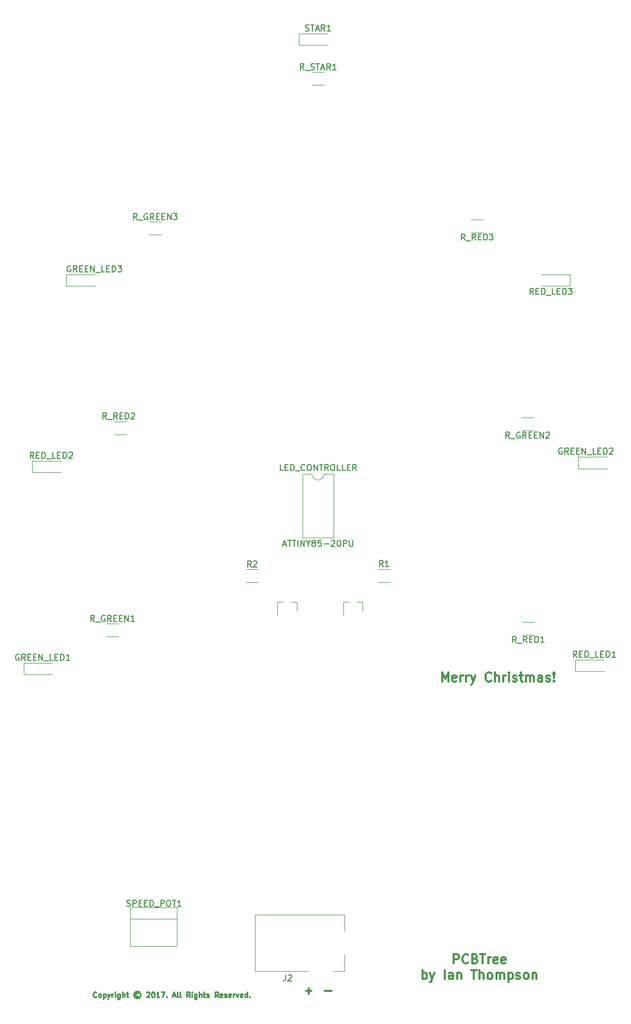
<source format=gbr>
G04 #@! TF.FileFunction,Legend,Top*
%FSLAX46Y46*%
G04 Gerber Fmt 4.6, Leading zero omitted, Abs format (unit mm)*
G04 Created by KiCad (PCBNEW 4.0.6) date Saturday, November 11, 2017 'PMt' 03:03:55 PM*
%MOMM*%
%LPD*%
G01*
G04 APERTURE LIST*
%ADD10C,0.100000*%
%ADD11C,0.212500*%
%ADD12C,0.300000*%
%ADD13C,0.120000*%
%ADD14C,0.150000*%
G04 APERTURE END LIST*
D10*
D11*
X58956238Y-181876571D02*
X58915762Y-181917048D01*
X58794333Y-181957524D01*
X58713381Y-181957524D01*
X58591953Y-181917048D01*
X58511000Y-181836095D01*
X58470524Y-181755143D01*
X58430048Y-181593238D01*
X58430048Y-181471810D01*
X58470524Y-181309905D01*
X58511000Y-181228952D01*
X58591953Y-181148000D01*
X58713381Y-181107524D01*
X58794333Y-181107524D01*
X58915762Y-181148000D01*
X58956238Y-181188476D01*
X59441953Y-181957524D02*
X59361000Y-181917048D01*
X59320524Y-181876571D01*
X59280048Y-181795619D01*
X59280048Y-181552762D01*
X59320524Y-181471810D01*
X59361000Y-181431333D01*
X59441953Y-181390857D01*
X59563381Y-181390857D01*
X59644333Y-181431333D01*
X59684810Y-181471810D01*
X59725286Y-181552762D01*
X59725286Y-181795619D01*
X59684810Y-181876571D01*
X59644333Y-181917048D01*
X59563381Y-181957524D01*
X59441953Y-181957524D01*
X60089572Y-181390857D02*
X60089572Y-182240857D01*
X60089572Y-181431333D02*
X60170524Y-181390857D01*
X60332429Y-181390857D01*
X60413381Y-181431333D01*
X60453858Y-181471810D01*
X60494334Y-181552762D01*
X60494334Y-181795619D01*
X60453858Y-181876571D01*
X60413381Y-181917048D01*
X60332429Y-181957524D01*
X60170524Y-181957524D01*
X60089572Y-181917048D01*
X60777668Y-181390857D02*
X60980049Y-181957524D01*
X61182429Y-181390857D02*
X60980049Y-181957524D01*
X60899096Y-182159905D01*
X60858620Y-182200381D01*
X60777668Y-182240857D01*
X61506239Y-181957524D02*
X61506239Y-181390857D01*
X61506239Y-181552762D02*
X61546715Y-181471810D01*
X61587191Y-181431333D01*
X61668144Y-181390857D01*
X61749096Y-181390857D01*
X62032429Y-181957524D02*
X62032429Y-181390857D01*
X62032429Y-181107524D02*
X61991953Y-181148000D01*
X62032429Y-181188476D01*
X62072905Y-181148000D01*
X62032429Y-181107524D01*
X62032429Y-181188476D01*
X62801477Y-181390857D02*
X62801477Y-182078952D01*
X62761000Y-182159905D01*
X62720524Y-182200381D01*
X62639572Y-182240857D01*
X62518143Y-182240857D01*
X62437191Y-182200381D01*
X62801477Y-181917048D02*
X62720524Y-181957524D01*
X62558620Y-181957524D01*
X62477667Y-181917048D01*
X62437191Y-181876571D01*
X62396715Y-181795619D01*
X62396715Y-181552762D01*
X62437191Y-181471810D01*
X62477667Y-181431333D01*
X62558620Y-181390857D01*
X62720524Y-181390857D01*
X62801477Y-181431333D01*
X63206239Y-181957524D02*
X63206239Y-181107524D01*
X63570525Y-181957524D02*
X63570525Y-181512286D01*
X63530048Y-181431333D01*
X63449096Y-181390857D01*
X63327668Y-181390857D01*
X63246715Y-181431333D01*
X63206239Y-181471810D01*
X63853858Y-181390857D02*
X64177668Y-181390857D01*
X63975287Y-181107524D02*
X63975287Y-181836095D01*
X64015763Y-181917048D01*
X64096716Y-181957524D01*
X64177668Y-181957524D01*
X65796715Y-181309905D02*
X65715763Y-181269429D01*
X65553858Y-181269429D01*
X65472906Y-181309905D01*
X65391953Y-181390857D01*
X65351477Y-181471810D01*
X65351477Y-181633714D01*
X65391953Y-181714667D01*
X65472906Y-181795619D01*
X65553858Y-181836095D01*
X65715763Y-181836095D01*
X65796715Y-181795619D01*
X65634810Y-180986095D02*
X65432429Y-181026571D01*
X65230049Y-181148000D01*
X65108620Y-181350381D01*
X65068144Y-181552762D01*
X65108620Y-181755143D01*
X65230049Y-181957524D01*
X65432429Y-182078952D01*
X65634810Y-182119429D01*
X65837191Y-182078952D01*
X66039572Y-181957524D01*
X66161001Y-181755143D01*
X66201477Y-181552762D01*
X66161001Y-181350381D01*
X66039572Y-181148000D01*
X65837191Y-181026571D01*
X65634810Y-180986095D01*
X67172906Y-181188476D02*
X67213382Y-181148000D01*
X67294334Y-181107524D01*
X67496715Y-181107524D01*
X67577668Y-181148000D01*
X67618144Y-181188476D01*
X67658620Y-181269429D01*
X67658620Y-181350381D01*
X67618144Y-181471810D01*
X67132430Y-181957524D01*
X67658620Y-181957524D01*
X68184811Y-181107524D02*
X68265763Y-181107524D01*
X68346715Y-181148000D01*
X68387192Y-181188476D01*
X68427668Y-181269429D01*
X68468144Y-181431333D01*
X68468144Y-181633714D01*
X68427668Y-181795619D01*
X68387192Y-181876571D01*
X68346715Y-181917048D01*
X68265763Y-181957524D01*
X68184811Y-181957524D01*
X68103858Y-181917048D01*
X68063382Y-181876571D01*
X68022906Y-181795619D01*
X67982430Y-181633714D01*
X67982430Y-181431333D01*
X68022906Y-181269429D01*
X68063382Y-181188476D01*
X68103858Y-181148000D01*
X68184811Y-181107524D01*
X69277668Y-181957524D02*
X68791954Y-181957524D01*
X69034811Y-181957524D02*
X69034811Y-181107524D01*
X68953859Y-181228952D01*
X68872906Y-181309905D01*
X68791954Y-181350381D01*
X69561002Y-181107524D02*
X70127668Y-181107524D01*
X69763383Y-181957524D01*
X70451478Y-181876571D02*
X70491954Y-181917048D01*
X70451478Y-181957524D01*
X70411002Y-181917048D01*
X70451478Y-181876571D01*
X70451478Y-181957524D01*
X71463383Y-181714667D02*
X71868145Y-181714667D01*
X71382430Y-181957524D02*
X71665764Y-181107524D01*
X71949097Y-181957524D01*
X72353859Y-181957524D02*
X72272906Y-181917048D01*
X72232430Y-181836095D01*
X72232430Y-181107524D01*
X72799097Y-181957524D02*
X72718144Y-181917048D01*
X72677668Y-181836095D01*
X72677668Y-181107524D01*
X74256239Y-181957524D02*
X73972906Y-181552762D01*
X73770525Y-181957524D02*
X73770525Y-181107524D01*
X74094334Y-181107524D01*
X74175287Y-181148000D01*
X74215763Y-181188476D01*
X74256239Y-181269429D01*
X74256239Y-181390857D01*
X74215763Y-181471810D01*
X74175287Y-181512286D01*
X74094334Y-181552762D01*
X73770525Y-181552762D01*
X74620525Y-181957524D02*
X74620525Y-181390857D01*
X74620525Y-181107524D02*
X74580049Y-181148000D01*
X74620525Y-181188476D01*
X74661001Y-181148000D01*
X74620525Y-181107524D01*
X74620525Y-181188476D01*
X75389573Y-181390857D02*
X75389573Y-182078952D01*
X75349096Y-182159905D01*
X75308620Y-182200381D01*
X75227668Y-182240857D01*
X75106239Y-182240857D01*
X75025287Y-182200381D01*
X75389573Y-181917048D02*
X75308620Y-181957524D01*
X75146716Y-181957524D01*
X75065763Y-181917048D01*
X75025287Y-181876571D01*
X74984811Y-181795619D01*
X74984811Y-181552762D01*
X75025287Y-181471810D01*
X75065763Y-181431333D01*
X75146716Y-181390857D01*
X75308620Y-181390857D01*
X75389573Y-181431333D01*
X75794335Y-181957524D02*
X75794335Y-181107524D01*
X76158621Y-181957524D02*
X76158621Y-181512286D01*
X76118144Y-181431333D01*
X76037192Y-181390857D01*
X75915764Y-181390857D01*
X75834811Y-181431333D01*
X75794335Y-181471810D01*
X76441954Y-181390857D02*
X76765764Y-181390857D01*
X76563383Y-181107524D02*
X76563383Y-181836095D01*
X76603859Y-181917048D01*
X76684812Y-181957524D01*
X76765764Y-181957524D01*
X77008621Y-181917048D02*
X77089573Y-181957524D01*
X77251478Y-181957524D01*
X77332430Y-181917048D01*
X77372906Y-181836095D01*
X77372906Y-181795619D01*
X77332430Y-181714667D01*
X77251478Y-181674190D01*
X77130049Y-181674190D01*
X77049097Y-181633714D01*
X77008621Y-181552762D01*
X77008621Y-181512286D01*
X77049097Y-181431333D01*
X77130049Y-181390857D01*
X77251478Y-181390857D01*
X77332430Y-181431333D01*
X78870525Y-181957524D02*
X78587192Y-181552762D01*
X78384811Y-181957524D02*
X78384811Y-181107524D01*
X78708620Y-181107524D01*
X78789573Y-181148000D01*
X78830049Y-181188476D01*
X78870525Y-181269429D01*
X78870525Y-181390857D01*
X78830049Y-181471810D01*
X78789573Y-181512286D01*
X78708620Y-181552762D01*
X78384811Y-181552762D01*
X79558620Y-181917048D02*
X79477668Y-181957524D01*
X79315763Y-181957524D01*
X79234811Y-181917048D01*
X79194335Y-181836095D01*
X79194335Y-181512286D01*
X79234811Y-181431333D01*
X79315763Y-181390857D01*
X79477668Y-181390857D01*
X79558620Y-181431333D01*
X79599097Y-181512286D01*
X79599097Y-181593238D01*
X79194335Y-181674190D01*
X79922906Y-181917048D02*
X80003858Y-181957524D01*
X80165763Y-181957524D01*
X80246715Y-181917048D01*
X80287191Y-181836095D01*
X80287191Y-181795619D01*
X80246715Y-181714667D01*
X80165763Y-181674190D01*
X80044334Y-181674190D01*
X79963382Y-181633714D01*
X79922906Y-181552762D01*
X79922906Y-181512286D01*
X79963382Y-181431333D01*
X80044334Y-181390857D01*
X80165763Y-181390857D01*
X80246715Y-181431333D01*
X80975286Y-181917048D02*
X80894334Y-181957524D01*
X80732429Y-181957524D01*
X80651477Y-181917048D01*
X80611001Y-181836095D01*
X80611001Y-181512286D01*
X80651477Y-181431333D01*
X80732429Y-181390857D01*
X80894334Y-181390857D01*
X80975286Y-181431333D01*
X81015763Y-181512286D01*
X81015763Y-181593238D01*
X80611001Y-181674190D01*
X81380048Y-181957524D02*
X81380048Y-181390857D01*
X81380048Y-181552762D02*
X81420524Y-181471810D01*
X81461000Y-181431333D01*
X81541953Y-181390857D01*
X81622905Y-181390857D01*
X81825286Y-181390857D02*
X82027667Y-181957524D01*
X82230047Y-181390857D01*
X82877666Y-181917048D02*
X82796714Y-181957524D01*
X82634809Y-181957524D01*
X82553857Y-181917048D01*
X82513381Y-181836095D01*
X82513381Y-181512286D01*
X82553857Y-181431333D01*
X82634809Y-181390857D01*
X82796714Y-181390857D01*
X82877666Y-181431333D01*
X82918143Y-181512286D01*
X82918143Y-181593238D01*
X82513381Y-181674190D01*
X83646714Y-181957524D02*
X83646714Y-181107524D01*
X83646714Y-181917048D02*
X83565761Y-181957524D01*
X83403857Y-181957524D01*
X83322904Y-181917048D01*
X83282428Y-181876571D01*
X83241952Y-181795619D01*
X83241952Y-181552762D01*
X83282428Y-181471810D01*
X83322904Y-181431333D01*
X83403857Y-181390857D01*
X83565761Y-181390857D01*
X83646714Y-181431333D01*
X84051476Y-181876571D02*
X84091952Y-181917048D01*
X84051476Y-181957524D01*
X84011000Y-181917048D01*
X84051476Y-181876571D01*
X84051476Y-181957524D01*
D12*
X96329572Y-180955143D02*
X97472429Y-180955143D01*
X93268857Y-180933714D02*
X94183143Y-180933714D01*
X93726000Y-181390857D02*
X93726000Y-180476571D01*
X117451715Y-176441571D02*
X117451715Y-174941571D01*
X118023143Y-174941571D01*
X118166001Y-175013000D01*
X118237429Y-175084429D01*
X118308858Y-175227286D01*
X118308858Y-175441571D01*
X118237429Y-175584429D01*
X118166001Y-175655857D01*
X118023143Y-175727286D01*
X117451715Y-175727286D01*
X119808858Y-176298714D02*
X119737429Y-176370143D01*
X119523143Y-176441571D01*
X119380286Y-176441571D01*
X119166001Y-176370143D01*
X119023143Y-176227286D01*
X118951715Y-176084429D01*
X118880286Y-175798714D01*
X118880286Y-175584429D01*
X118951715Y-175298714D01*
X119023143Y-175155857D01*
X119166001Y-175013000D01*
X119380286Y-174941571D01*
X119523143Y-174941571D01*
X119737429Y-175013000D01*
X119808858Y-175084429D01*
X120951715Y-175655857D02*
X121166001Y-175727286D01*
X121237429Y-175798714D01*
X121308858Y-175941571D01*
X121308858Y-176155857D01*
X121237429Y-176298714D01*
X121166001Y-176370143D01*
X121023143Y-176441571D01*
X120451715Y-176441571D01*
X120451715Y-174941571D01*
X120951715Y-174941571D01*
X121094572Y-175013000D01*
X121166001Y-175084429D01*
X121237429Y-175227286D01*
X121237429Y-175370143D01*
X121166001Y-175513000D01*
X121094572Y-175584429D01*
X120951715Y-175655857D01*
X120451715Y-175655857D01*
X121737429Y-174941571D02*
X122594572Y-174941571D01*
X122166001Y-176441571D02*
X122166001Y-174941571D01*
X123094572Y-176441571D02*
X123094572Y-175441571D01*
X123094572Y-175727286D02*
X123166000Y-175584429D01*
X123237429Y-175513000D01*
X123380286Y-175441571D01*
X123523143Y-175441571D01*
X124594571Y-176370143D02*
X124451714Y-176441571D01*
X124166000Y-176441571D01*
X124023143Y-176370143D01*
X123951714Y-176227286D01*
X123951714Y-175655857D01*
X124023143Y-175513000D01*
X124166000Y-175441571D01*
X124451714Y-175441571D01*
X124594571Y-175513000D01*
X124666000Y-175655857D01*
X124666000Y-175798714D01*
X123951714Y-175941571D01*
X125880285Y-176370143D02*
X125737428Y-176441571D01*
X125451714Y-176441571D01*
X125308857Y-176370143D01*
X125237428Y-176227286D01*
X125237428Y-175655857D01*
X125308857Y-175513000D01*
X125451714Y-175441571D01*
X125737428Y-175441571D01*
X125880285Y-175513000D01*
X125951714Y-175655857D01*
X125951714Y-175798714D01*
X125237428Y-175941571D01*
X112344571Y-178991571D02*
X112344571Y-177491571D01*
X112344571Y-178063000D02*
X112487428Y-177991571D01*
X112773142Y-177991571D01*
X112915999Y-178063000D01*
X112987428Y-178134429D01*
X113058857Y-178277286D01*
X113058857Y-178705857D01*
X112987428Y-178848714D01*
X112915999Y-178920143D01*
X112773142Y-178991571D01*
X112487428Y-178991571D01*
X112344571Y-178920143D01*
X113558857Y-177991571D02*
X113916000Y-178991571D01*
X114273142Y-177991571D02*
X113916000Y-178991571D01*
X113773142Y-179348714D01*
X113701714Y-179420143D01*
X113558857Y-179491571D01*
X115987428Y-178991571D02*
X115987428Y-177491571D01*
X117344571Y-178991571D02*
X117344571Y-178205857D01*
X117273142Y-178063000D01*
X117130285Y-177991571D01*
X116844571Y-177991571D01*
X116701714Y-178063000D01*
X117344571Y-178920143D02*
X117201714Y-178991571D01*
X116844571Y-178991571D01*
X116701714Y-178920143D01*
X116630285Y-178777286D01*
X116630285Y-178634429D01*
X116701714Y-178491571D01*
X116844571Y-178420143D01*
X117201714Y-178420143D01*
X117344571Y-178348714D01*
X118058857Y-177991571D02*
X118058857Y-178991571D01*
X118058857Y-178134429D02*
X118130285Y-178063000D01*
X118273143Y-177991571D01*
X118487428Y-177991571D01*
X118630285Y-178063000D01*
X118701714Y-178205857D01*
X118701714Y-178991571D01*
X120344571Y-177491571D02*
X121201714Y-177491571D01*
X120773143Y-178991571D02*
X120773143Y-177491571D01*
X121701714Y-178991571D02*
X121701714Y-177491571D01*
X122344571Y-178991571D02*
X122344571Y-178205857D01*
X122273142Y-178063000D01*
X122130285Y-177991571D01*
X121916000Y-177991571D01*
X121773142Y-178063000D01*
X121701714Y-178134429D01*
X123273143Y-178991571D02*
X123130285Y-178920143D01*
X123058857Y-178848714D01*
X122987428Y-178705857D01*
X122987428Y-178277286D01*
X123058857Y-178134429D01*
X123130285Y-178063000D01*
X123273143Y-177991571D01*
X123487428Y-177991571D01*
X123630285Y-178063000D01*
X123701714Y-178134429D01*
X123773143Y-178277286D01*
X123773143Y-178705857D01*
X123701714Y-178848714D01*
X123630285Y-178920143D01*
X123487428Y-178991571D01*
X123273143Y-178991571D01*
X124416000Y-178991571D02*
X124416000Y-177991571D01*
X124416000Y-178134429D02*
X124487428Y-178063000D01*
X124630286Y-177991571D01*
X124844571Y-177991571D01*
X124987428Y-178063000D01*
X125058857Y-178205857D01*
X125058857Y-178991571D01*
X125058857Y-178205857D02*
X125130286Y-178063000D01*
X125273143Y-177991571D01*
X125487428Y-177991571D01*
X125630286Y-178063000D01*
X125701714Y-178205857D01*
X125701714Y-178991571D01*
X126416000Y-177991571D02*
X126416000Y-179491571D01*
X126416000Y-178063000D02*
X126558857Y-177991571D01*
X126844571Y-177991571D01*
X126987428Y-178063000D01*
X127058857Y-178134429D01*
X127130286Y-178277286D01*
X127130286Y-178705857D01*
X127058857Y-178848714D01*
X126987428Y-178920143D01*
X126844571Y-178991571D01*
X126558857Y-178991571D01*
X126416000Y-178920143D01*
X127701714Y-178920143D02*
X127844571Y-178991571D01*
X128130286Y-178991571D01*
X128273143Y-178920143D01*
X128344571Y-178777286D01*
X128344571Y-178705857D01*
X128273143Y-178563000D01*
X128130286Y-178491571D01*
X127916000Y-178491571D01*
X127773143Y-178420143D01*
X127701714Y-178277286D01*
X127701714Y-178205857D01*
X127773143Y-178063000D01*
X127916000Y-177991571D01*
X128130286Y-177991571D01*
X128273143Y-178063000D01*
X129201715Y-178991571D02*
X129058857Y-178920143D01*
X128987429Y-178848714D01*
X128916000Y-178705857D01*
X128916000Y-178277286D01*
X128987429Y-178134429D01*
X129058857Y-178063000D01*
X129201715Y-177991571D01*
X129416000Y-177991571D01*
X129558857Y-178063000D01*
X129630286Y-178134429D01*
X129701715Y-178277286D01*
X129701715Y-178705857D01*
X129630286Y-178848714D01*
X129558857Y-178920143D01*
X129416000Y-178991571D01*
X129201715Y-178991571D01*
X130344572Y-177991571D02*
X130344572Y-178991571D01*
X130344572Y-178134429D02*
X130416000Y-178063000D01*
X130558858Y-177991571D01*
X130773143Y-177991571D01*
X130916000Y-178063000D01*
X130987429Y-178205857D01*
X130987429Y-178991571D01*
X115571143Y-130345571D02*
X115571143Y-128845571D01*
X116071143Y-129917000D01*
X116571143Y-128845571D01*
X116571143Y-130345571D01*
X117856857Y-130274143D02*
X117714000Y-130345571D01*
X117428286Y-130345571D01*
X117285429Y-130274143D01*
X117214000Y-130131286D01*
X117214000Y-129559857D01*
X117285429Y-129417000D01*
X117428286Y-129345571D01*
X117714000Y-129345571D01*
X117856857Y-129417000D01*
X117928286Y-129559857D01*
X117928286Y-129702714D01*
X117214000Y-129845571D01*
X118571143Y-130345571D02*
X118571143Y-129345571D01*
X118571143Y-129631286D02*
X118642571Y-129488429D01*
X118714000Y-129417000D01*
X118856857Y-129345571D01*
X118999714Y-129345571D01*
X119499714Y-130345571D02*
X119499714Y-129345571D01*
X119499714Y-129631286D02*
X119571142Y-129488429D01*
X119642571Y-129417000D01*
X119785428Y-129345571D01*
X119928285Y-129345571D01*
X120285428Y-129345571D02*
X120642571Y-130345571D01*
X120999713Y-129345571D02*
X120642571Y-130345571D01*
X120499713Y-130702714D01*
X120428285Y-130774143D01*
X120285428Y-130845571D01*
X123571142Y-130202714D02*
X123499713Y-130274143D01*
X123285427Y-130345571D01*
X123142570Y-130345571D01*
X122928285Y-130274143D01*
X122785427Y-130131286D01*
X122713999Y-129988429D01*
X122642570Y-129702714D01*
X122642570Y-129488429D01*
X122713999Y-129202714D01*
X122785427Y-129059857D01*
X122928285Y-128917000D01*
X123142570Y-128845571D01*
X123285427Y-128845571D01*
X123499713Y-128917000D01*
X123571142Y-128988429D01*
X124213999Y-130345571D02*
X124213999Y-128845571D01*
X124856856Y-130345571D02*
X124856856Y-129559857D01*
X124785427Y-129417000D01*
X124642570Y-129345571D01*
X124428285Y-129345571D01*
X124285427Y-129417000D01*
X124213999Y-129488429D01*
X125571142Y-130345571D02*
X125571142Y-129345571D01*
X125571142Y-129631286D02*
X125642570Y-129488429D01*
X125713999Y-129417000D01*
X125856856Y-129345571D01*
X125999713Y-129345571D01*
X126499713Y-130345571D02*
X126499713Y-129345571D01*
X126499713Y-128845571D02*
X126428284Y-128917000D01*
X126499713Y-128988429D01*
X126571141Y-128917000D01*
X126499713Y-128845571D01*
X126499713Y-128988429D01*
X127142570Y-130274143D02*
X127285427Y-130345571D01*
X127571142Y-130345571D01*
X127713999Y-130274143D01*
X127785427Y-130131286D01*
X127785427Y-130059857D01*
X127713999Y-129917000D01*
X127571142Y-129845571D01*
X127356856Y-129845571D01*
X127213999Y-129774143D01*
X127142570Y-129631286D01*
X127142570Y-129559857D01*
X127213999Y-129417000D01*
X127356856Y-129345571D01*
X127571142Y-129345571D01*
X127713999Y-129417000D01*
X128213999Y-129345571D02*
X128785428Y-129345571D01*
X128428285Y-128845571D02*
X128428285Y-130131286D01*
X128499713Y-130274143D01*
X128642571Y-130345571D01*
X128785428Y-130345571D01*
X129285428Y-130345571D02*
X129285428Y-129345571D01*
X129285428Y-129488429D02*
X129356856Y-129417000D01*
X129499714Y-129345571D01*
X129713999Y-129345571D01*
X129856856Y-129417000D01*
X129928285Y-129559857D01*
X129928285Y-130345571D01*
X129928285Y-129559857D02*
X129999714Y-129417000D01*
X130142571Y-129345571D01*
X130356856Y-129345571D01*
X130499714Y-129417000D01*
X130571142Y-129559857D01*
X130571142Y-130345571D01*
X131928285Y-130345571D02*
X131928285Y-129559857D01*
X131856856Y-129417000D01*
X131713999Y-129345571D01*
X131428285Y-129345571D01*
X131285428Y-129417000D01*
X131928285Y-130274143D02*
X131785428Y-130345571D01*
X131428285Y-130345571D01*
X131285428Y-130274143D01*
X131213999Y-130131286D01*
X131213999Y-129988429D01*
X131285428Y-129845571D01*
X131428285Y-129774143D01*
X131785428Y-129774143D01*
X131928285Y-129702714D01*
X132571142Y-130274143D02*
X132713999Y-130345571D01*
X132999714Y-130345571D01*
X133142571Y-130274143D01*
X133213999Y-130131286D01*
X133213999Y-130059857D01*
X133142571Y-129917000D01*
X132999714Y-129845571D01*
X132785428Y-129845571D01*
X132642571Y-129774143D01*
X132571142Y-129631286D01*
X132571142Y-129559857D01*
X132642571Y-129417000D01*
X132785428Y-129345571D01*
X132999714Y-129345571D01*
X133142571Y-129417000D01*
X133856857Y-130202714D02*
X133928285Y-130274143D01*
X133856857Y-130345571D01*
X133785428Y-130274143D01*
X133856857Y-130202714D01*
X133856857Y-130345571D01*
X133856857Y-129774143D02*
X133785428Y-128917000D01*
X133856857Y-128845571D01*
X133928285Y-128917000D01*
X133856857Y-129774143D01*
X133856857Y-128845571D01*
D13*
X47065000Y-127320000D02*
X47065000Y-129220000D01*
X47065000Y-129220000D02*
X51765000Y-129220000D01*
X47065000Y-127320000D02*
X51765000Y-127320000D01*
X137870000Y-93665000D02*
X137870000Y-95565000D01*
X137870000Y-95565000D02*
X142570000Y-95565000D01*
X137870000Y-93665000D02*
X142570000Y-93665000D01*
X54050000Y-63820000D02*
X54050000Y-65720000D01*
X54050000Y-65720000D02*
X58750000Y-65720000D01*
X54050000Y-63820000D02*
X58750000Y-63820000D01*
X94250000Y-96400000D02*
X92680000Y-96400000D01*
X92680000Y-96400000D02*
X92680000Y-106800000D01*
X92680000Y-106800000D02*
X97820000Y-106800000D01*
X97820000Y-106800000D02*
X97820000Y-96400000D01*
X97820000Y-96400000D02*
X96250000Y-96400000D01*
X96250000Y-96400000D02*
G75*
G02X94250000Y-96400000I-1000000J0D01*
G01*
X137362000Y-126812000D02*
X137362000Y-128712000D01*
X137362000Y-128712000D02*
X142062000Y-128712000D01*
X137362000Y-126812000D02*
X142062000Y-126812000D01*
X48462000Y-94300000D02*
X48462000Y-96200000D01*
X48462000Y-96200000D02*
X53162000Y-96200000D01*
X48462000Y-94300000D02*
X53162000Y-94300000D01*
X136450000Y-65720000D02*
X136450000Y-63820000D01*
X136450000Y-63820000D02*
X131750000Y-63820000D01*
X136450000Y-65720000D02*
X131750000Y-65720000D01*
X62595000Y-122990000D02*
X60595000Y-122990000D01*
X60595000Y-120850000D02*
X62595000Y-120850000D01*
X128540000Y-87195000D02*
X130540000Y-87195000D01*
X130540000Y-89335000D02*
X128540000Y-89335000D01*
X69580000Y-57331000D02*
X67580000Y-57331000D01*
X67580000Y-55191000D02*
X69580000Y-55191000D01*
X128667000Y-120596000D02*
X130667000Y-120596000D01*
X130667000Y-122736000D02*
X128667000Y-122736000D01*
X63865000Y-89970000D02*
X61865000Y-89970000D01*
X61865000Y-87830000D02*
X63865000Y-87830000D01*
X120285000Y-54810000D02*
X122285000Y-54810000D01*
X122285000Y-56950000D02*
X120285000Y-56950000D01*
X96250000Y-32820000D02*
X94250000Y-32820000D01*
X94250000Y-30680000D02*
X96250000Y-30680000D01*
X64516000Y-167264000D02*
X64516000Y-173604000D01*
X72136000Y-167264000D02*
X72136000Y-173604000D01*
X72136000Y-169164000D02*
X64516000Y-169164000D01*
X64516000Y-167264000D02*
X72136000Y-167264000D01*
X72136000Y-173604000D02*
X64516000Y-173604000D01*
X92150000Y-24450000D02*
X92150000Y-26350000D01*
X92150000Y-26350000D02*
X96850000Y-26350000D01*
X92150000Y-24450000D02*
X96850000Y-24450000D01*
X93679000Y-177701000D02*
X84879000Y-177701000D01*
X84879000Y-177701000D02*
X84879000Y-168501000D01*
X99579000Y-175001000D02*
X99579000Y-177701000D01*
X99579000Y-177701000D02*
X97679000Y-177701000D01*
X84879000Y-168501000D02*
X99579000Y-168501000D01*
X99579000Y-168501000D02*
X99579000Y-171101000D01*
X105045000Y-111960000D02*
X107045000Y-111960000D01*
X107045000Y-114100000D02*
X105045000Y-114100000D01*
X91750000Y-117350000D02*
X90820000Y-117350000D01*
X88590000Y-117350000D02*
X89520000Y-117350000D01*
X88590000Y-117350000D02*
X88590000Y-119510000D01*
X91750000Y-117350000D02*
X91750000Y-118810000D01*
X102545000Y-117350000D02*
X101615000Y-117350000D01*
X99385000Y-117350000D02*
X100315000Y-117350000D01*
X99385000Y-117350000D02*
X99385000Y-119510000D01*
X102545000Y-117350000D02*
X102545000Y-118810000D01*
X85455000Y-114100000D02*
X83455000Y-114100000D01*
X83455000Y-111960000D02*
X85455000Y-111960000D01*
D14*
X46284048Y-125920000D02*
X46188810Y-125872381D01*
X46045953Y-125872381D01*
X45903095Y-125920000D01*
X45807857Y-126015238D01*
X45760238Y-126110476D01*
X45712619Y-126300952D01*
X45712619Y-126443810D01*
X45760238Y-126634286D01*
X45807857Y-126729524D01*
X45903095Y-126824762D01*
X46045953Y-126872381D01*
X46141191Y-126872381D01*
X46284048Y-126824762D01*
X46331667Y-126777143D01*
X46331667Y-126443810D01*
X46141191Y-126443810D01*
X47331667Y-126872381D02*
X46998333Y-126396190D01*
X46760238Y-126872381D02*
X46760238Y-125872381D01*
X47141191Y-125872381D01*
X47236429Y-125920000D01*
X47284048Y-125967619D01*
X47331667Y-126062857D01*
X47331667Y-126205714D01*
X47284048Y-126300952D01*
X47236429Y-126348571D01*
X47141191Y-126396190D01*
X46760238Y-126396190D01*
X47760238Y-126348571D02*
X48093572Y-126348571D01*
X48236429Y-126872381D02*
X47760238Y-126872381D01*
X47760238Y-125872381D01*
X48236429Y-125872381D01*
X48665000Y-126348571D02*
X48998334Y-126348571D01*
X49141191Y-126872381D02*
X48665000Y-126872381D01*
X48665000Y-125872381D01*
X49141191Y-125872381D01*
X49569762Y-126872381D02*
X49569762Y-125872381D01*
X50141191Y-126872381D01*
X50141191Y-125872381D01*
X50379286Y-126967619D02*
X51141191Y-126967619D01*
X51855477Y-126872381D02*
X51379286Y-126872381D01*
X51379286Y-125872381D01*
X52188810Y-126348571D02*
X52522144Y-126348571D01*
X52665001Y-126872381D02*
X52188810Y-126872381D01*
X52188810Y-125872381D01*
X52665001Y-125872381D01*
X53093572Y-126872381D02*
X53093572Y-125872381D01*
X53331667Y-125872381D01*
X53474525Y-125920000D01*
X53569763Y-126015238D01*
X53617382Y-126110476D01*
X53665001Y-126300952D01*
X53665001Y-126443810D01*
X53617382Y-126634286D01*
X53569763Y-126729524D01*
X53474525Y-126824762D01*
X53331667Y-126872381D01*
X53093572Y-126872381D01*
X54617382Y-126872381D02*
X54045953Y-126872381D01*
X54331667Y-126872381D02*
X54331667Y-125872381D01*
X54236429Y-126015238D01*
X54141191Y-126110476D01*
X54045953Y-126158095D01*
X135184048Y-92210000D02*
X135088810Y-92162381D01*
X134945953Y-92162381D01*
X134803095Y-92210000D01*
X134707857Y-92305238D01*
X134660238Y-92400476D01*
X134612619Y-92590952D01*
X134612619Y-92733810D01*
X134660238Y-92924286D01*
X134707857Y-93019524D01*
X134803095Y-93114762D01*
X134945953Y-93162381D01*
X135041191Y-93162381D01*
X135184048Y-93114762D01*
X135231667Y-93067143D01*
X135231667Y-92733810D01*
X135041191Y-92733810D01*
X136231667Y-93162381D02*
X135898333Y-92686190D01*
X135660238Y-93162381D02*
X135660238Y-92162381D01*
X136041191Y-92162381D01*
X136136429Y-92210000D01*
X136184048Y-92257619D01*
X136231667Y-92352857D01*
X136231667Y-92495714D01*
X136184048Y-92590952D01*
X136136429Y-92638571D01*
X136041191Y-92686190D01*
X135660238Y-92686190D01*
X136660238Y-92638571D02*
X136993572Y-92638571D01*
X137136429Y-93162381D02*
X136660238Y-93162381D01*
X136660238Y-92162381D01*
X137136429Y-92162381D01*
X137565000Y-92638571D02*
X137898334Y-92638571D01*
X138041191Y-93162381D02*
X137565000Y-93162381D01*
X137565000Y-92162381D01*
X138041191Y-92162381D01*
X138469762Y-93162381D02*
X138469762Y-92162381D01*
X139041191Y-93162381D01*
X139041191Y-92162381D01*
X139279286Y-93257619D02*
X140041191Y-93257619D01*
X140755477Y-93162381D02*
X140279286Y-93162381D01*
X140279286Y-92162381D01*
X141088810Y-92638571D02*
X141422144Y-92638571D01*
X141565001Y-93162381D02*
X141088810Y-93162381D01*
X141088810Y-92162381D01*
X141565001Y-92162381D01*
X141993572Y-93162381D02*
X141993572Y-92162381D01*
X142231667Y-92162381D01*
X142374525Y-92210000D01*
X142469763Y-92305238D01*
X142517382Y-92400476D01*
X142565001Y-92590952D01*
X142565001Y-92733810D01*
X142517382Y-92924286D01*
X142469763Y-93019524D01*
X142374525Y-93114762D01*
X142231667Y-93162381D01*
X141993572Y-93162381D01*
X142945953Y-92257619D02*
X142993572Y-92210000D01*
X143088810Y-92162381D01*
X143326906Y-92162381D01*
X143422144Y-92210000D01*
X143469763Y-92257619D01*
X143517382Y-92352857D01*
X143517382Y-92448095D01*
X143469763Y-92590952D01*
X142898334Y-93162381D01*
X143517382Y-93162381D01*
X54729548Y-62428500D02*
X54634310Y-62380881D01*
X54491453Y-62380881D01*
X54348595Y-62428500D01*
X54253357Y-62523738D01*
X54205738Y-62618976D01*
X54158119Y-62809452D01*
X54158119Y-62952310D01*
X54205738Y-63142786D01*
X54253357Y-63238024D01*
X54348595Y-63333262D01*
X54491453Y-63380881D01*
X54586691Y-63380881D01*
X54729548Y-63333262D01*
X54777167Y-63285643D01*
X54777167Y-62952310D01*
X54586691Y-62952310D01*
X55777167Y-63380881D02*
X55443833Y-62904690D01*
X55205738Y-63380881D02*
X55205738Y-62380881D01*
X55586691Y-62380881D01*
X55681929Y-62428500D01*
X55729548Y-62476119D01*
X55777167Y-62571357D01*
X55777167Y-62714214D01*
X55729548Y-62809452D01*
X55681929Y-62857071D01*
X55586691Y-62904690D01*
X55205738Y-62904690D01*
X56205738Y-62857071D02*
X56539072Y-62857071D01*
X56681929Y-63380881D02*
X56205738Y-63380881D01*
X56205738Y-62380881D01*
X56681929Y-62380881D01*
X57110500Y-62857071D02*
X57443834Y-62857071D01*
X57586691Y-63380881D02*
X57110500Y-63380881D01*
X57110500Y-62380881D01*
X57586691Y-62380881D01*
X58015262Y-63380881D02*
X58015262Y-62380881D01*
X58586691Y-63380881D01*
X58586691Y-62380881D01*
X58824786Y-63476119D02*
X59586691Y-63476119D01*
X60300977Y-63380881D02*
X59824786Y-63380881D01*
X59824786Y-62380881D01*
X60634310Y-62857071D02*
X60967644Y-62857071D01*
X61110501Y-63380881D02*
X60634310Y-63380881D01*
X60634310Y-62380881D01*
X61110501Y-62380881D01*
X61539072Y-63380881D02*
X61539072Y-62380881D01*
X61777167Y-62380881D01*
X61920025Y-62428500D01*
X62015263Y-62523738D01*
X62062882Y-62618976D01*
X62110501Y-62809452D01*
X62110501Y-62952310D01*
X62062882Y-63142786D01*
X62015263Y-63238024D01*
X61920025Y-63333262D01*
X61777167Y-63380881D01*
X61539072Y-63380881D01*
X62443834Y-62380881D02*
X63062882Y-62380881D01*
X62729548Y-62761833D01*
X62872406Y-62761833D01*
X62967644Y-62809452D01*
X63015263Y-62857071D01*
X63062882Y-62952310D01*
X63062882Y-63190405D01*
X63015263Y-63285643D01*
X62967644Y-63333262D01*
X62872406Y-63380881D01*
X62586691Y-63380881D01*
X62491453Y-63333262D01*
X62443834Y-63285643D01*
X89511905Y-95852381D02*
X89035714Y-95852381D01*
X89035714Y-94852381D01*
X89845238Y-95328571D02*
X90178572Y-95328571D01*
X90321429Y-95852381D02*
X89845238Y-95852381D01*
X89845238Y-94852381D01*
X90321429Y-94852381D01*
X90750000Y-95852381D02*
X90750000Y-94852381D01*
X90988095Y-94852381D01*
X91130953Y-94900000D01*
X91226191Y-94995238D01*
X91273810Y-95090476D01*
X91321429Y-95280952D01*
X91321429Y-95423810D01*
X91273810Y-95614286D01*
X91226191Y-95709524D01*
X91130953Y-95804762D01*
X90988095Y-95852381D01*
X90750000Y-95852381D01*
X91511905Y-95947619D02*
X92273810Y-95947619D01*
X93083334Y-95757143D02*
X93035715Y-95804762D01*
X92892858Y-95852381D01*
X92797620Y-95852381D01*
X92654762Y-95804762D01*
X92559524Y-95709524D01*
X92511905Y-95614286D01*
X92464286Y-95423810D01*
X92464286Y-95280952D01*
X92511905Y-95090476D01*
X92559524Y-94995238D01*
X92654762Y-94900000D01*
X92797620Y-94852381D01*
X92892858Y-94852381D01*
X93035715Y-94900000D01*
X93083334Y-94947619D01*
X93702381Y-94852381D02*
X93892858Y-94852381D01*
X93988096Y-94900000D01*
X94083334Y-94995238D01*
X94130953Y-95185714D01*
X94130953Y-95519048D01*
X94083334Y-95709524D01*
X93988096Y-95804762D01*
X93892858Y-95852381D01*
X93702381Y-95852381D01*
X93607143Y-95804762D01*
X93511905Y-95709524D01*
X93464286Y-95519048D01*
X93464286Y-95185714D01*
X93511905Y-94995238D01*
X93607143Y-94900000D01*
X93702381Y-94852381D01*
X94559524Y-95852381D02*
X94559524Y-94852381D01*
X95130953Y-95852381D01*
X95130953Y-94852381D01*
X95464286Y-94852381D02*
X96035715Y-94852381D01*
X95750000Y-95852381D02*
X95750000Y-94852381D01*
X96940477Y-95852381D02*
X96607143Y-95376190D01*
X96369048Y-95852381D02*
X96369048Y-94852381D01*
X96750001Y-94852381D01*
X96845239Y-94900000D01*
X96892858Y-94947619D01*
X96940477Y-95042857D01*
X96940477Y-95185714D01*
X96892858Y-95280952D01*
X96845239Y-95328571D01*
X96750001Y-95376190D01*
X96369048Y-95376190D01*
X97559524Y-94852381D02*
X97750001Y-94852381D01*
X97845239Y-94900000D01*
X97940477Y-94995238D01*
X97988096Y-95185714D01*
X97988096Y-95519048D01*
X97940477Y-95709524D01*
X97845239Y-95804762D01*
X97750001Y-95852381D01*
X97559524Y-95852381D01*
X97464286Y-95804762D01*
X97369048Y-95709524D01*
X97321429Y-95519048D01*
X97321429Y-95185714D01*
X97369048Y-94995238D01*
X97464286Y-94900000D01*
X97559524Y-94852381D01*
X98892858Y-95852381D02*
X98416667Y-95852381D01*
X98416667Y-94852381D01*
X99702382Y-95852381D02*
X99226191Y-95852381D01*
X99226191Y-94852381D01*
X100035715Y-95328571D02*
X100369049Y-95328571D01*
X100511906Y-95852381D02*
X100035715Y-95852381D01*
X100035715Y-94852381D01*
X100511906Y-94852381D01*
X101511906Y-95852381D02*
X101178572Y-95376190D01*
X100940477Y-95852381D02*
X100940477Y-94852381D01*
X101321430Y-94852381D01*
X101416668Y-94900000D01*
X101464287Y-94947619D01*
X101511906Y-95042857D01*
X101511906Y-95185714D01*
X101464287Y-95280952D01*
X101416668Y-95328571D01*
X101321430Y-95376190D01*
X100940477Y-95376190D01*
X89511905Y-107966667D02*
X89988096Y-107966667D01*
X89416667Y-108252381D02*
X89750000Y-107252381D01*
X90083334Y-108252381D01*
X90273810Y-107252381D02*
X90845239Y-107252381D01*
X90559524Y-108252381D02*
X90559524Y-107252381D01*
X91035715Y-107252381D02*
X91607144Y-107252381D01*
X91321429Y-108252381D02*
X91321429Y-107252381D01*
X91940477Y-108252381D02*
X91940477Y-107252381D01*
X92416667Y-108252381D02*
X92416667Y-107252381D01*
X92988096Y-108252381D01*
X92988096Y-107252381D01*
X93654762Y-107776190D02*
X93654762Y-108252381D01*
X93321429Y-107252381D02*
X93654762Y-107776190D01*
X93988096Y-107252381D01*
X94464286Y-107680952D02*
X94369048Y-107633333D01*
X94321429Y-107585714D01*
X94273810Y-107490476D01*
X94273810Y-107442857D01*
X94321429Y-107347619D01*
X94369048Y-107300000D01*
X94464286Y-107252381D01*
X94654763Y-107252381D01*
X94750001Y-107300000D01*
X94797620Y-107347619D01*
X94845239Y-107442857D01*
X94845239Y-107490476D01*
X94797620Y-107585714D01*
X94750001Y-107633333D01*
X94654763Y-107680952D01*
X94464286Y-107680952D01*
X94369048Y-107728571D01*
X94321429Y-107776190D01*
X94273810Y-107871429D01*
X94273810Y-108061905D01*
X94321429Y-108157143D01*
X94369048Y-108204762D01*
X94464286Y-108252381D01*
X94654763Y-108252381D01*
X94750001Y-108204762D01*
X94797620Y-108157143D01*
X94845239Y-108061905D01*
X94845239Y-107871429D01*
X94797620Y-107776190D01*
X94750001Y-107728571D01*
X94654763Y-107680952D01*
X95750001Y-107252381D02*
X95273810Y-107252381D01*
X95226191Y-107728571D01*
X95273810Y-107680952D01*
X95369048Y-107633333D01*
X95607144Y-107633333D01*
X95702382Y-107680952D01*
X95750001Y-107728571D01*
X95797620Y-107823810D01*
X95797620Y-108061905D01*
X95750001Y-108157143D01*
X95702382Y-108204762D01*
X95607144Y-108252381D01*
X95369048Y-108252381D01*
X95273810Y-108204762D01*
X95226191Y-108157143D01*
X96226191Y-107871429D02*
X96988096Y-107871429D01*
X97416667Y-107347619D02*
X97464286Y-107300000D01*
X97559524Y-107252381D01*
X97797620Y-107252381D01*
X97892858Y-107300000D01*
X97940477Y-107347619D01*
X97988096Y-107442857D01*
X97988096Y-107538095D01*
X97940477Y-107680952D01*
X97369048Y-108252381D01*
X97988096Y-108252381D01*
X98607143Y-107252381D02*
X98702382Y-107252381D01*
X98797620Y-107300000D01*
X98845239Y-107347619D01*
X98892858Y-107442857D01*
X98940477Y-107633333D01*
X98940477Y-107871429D01*
X98892858Y-108061905D01*
X98845239Y-108157143D01*
X98797620Y-108204762D01*
X98702382Y-108252381D01*
X98607143Y-108252381D01*
X98511905Y-108204762D01*
X98464286Y-108157143D01*
X98416667Y-108061905D01*
X98369048Y-107871429D01*
X98369048Y-107633333D01*
X98416667Y-107442857D01*
X98464286Y-107347619D01*
X98511905Y-107300000D01*
X98607143Y-107252381D01*
X99369048Y-108252381D02*
X99369048Y-107252381D01*
X99750001Y-107252381D01*
X99845239Y-107300000D01*
X99892858Y-107347619D01*
X99940477Y-107442857D01*
X99940477Y-107585714D01*
X99892858Y-107680952D01*
X99845239Y-107728571D01*
X99750001Y-107776190D01*
X99369048Y-107776190D01*
X100369048Y-107252381D02*
X100369048Y-108061905D01*
X100416667Y-108157143D01*
X100464286Y-108204762D01*
X100559524Y-108252381D01*
X100750001Y-108252381D01*
X100845239Y-108204762D01*
X100892858Y-108157143D01*
X100940477Y-108061905D01*
X100940477Y-107252381D01*
X137604857Y-126364381D02*
X137271523Y-125888190D01*
X137033428Y-126364381D02*
X137033428Y-125364381D01*
X137414381Y-125364381D01*
X137509619Y-125412000D01*
X137557238Y-125459619D01*
X137604857Y-125554857D01*
X137604857Y-125697714D01*
X137557238Y-125792952D01*
X137509619Y-125840571D01*
X137414381Y-125888190D01*
X137033428Y-125888190D01*
X138033428Y-125840571D02*
X138366762Y-125840571D01*
X138509619Y-126364381D02*
X138033428Y-126364381D01*
X138033428Y-125364381D01*
X138509619Y-125364381D01*
X138938190Y-126364381D02*
X138938190Y-125364381D01*
X139176285Y-125364381D01*
X139319143Y-125412000D01*
X139414381Y-125507238D01*
X139462000Y-125602476D01*
X139509619Y-125792952D01*
X139509619Y-125935810D01*
X139462000Y-126126286D01*
X139414381Y-126221524D01*
X139319143Y-126316762D01*
X139176285Y-126364381D01*
X138938190Y-126364381D01*
X139700095Y-126459619D02*
X140462000Y-126459619D01*
X141176286Y-126364381D02*
X140700095Y-126364381D01*
X140700095Y-125364381D01*
X141509619Y-125840571D02*
X141842953Y-125840571D01*
X141985810Y-126364381D02*
X141509619Y-126364381D01*
X141509619Y-125364381D01*
X141985810Y-125364381D01*
X142414381Y-126364381D02*
X142414381Y-125364381D01*
X142652476Y-125364381D01*
X142795334Y-125412000D01*
X142890572Y-125507238D01*
X142938191Y-125602476D01*
X142985810Y-125792952D01*
X142985810Y-125935810D01*
X142938191Y-126126286D01*
X142890572Y-126221524D01*
X142795334Y-126316762D01*
X142652476Y-126364381D01*
X142414381Y-126364381D01*
X143938191Y-126364381D02*
X143366762Y-126364381D01*
X143652476Y-126364381D02*
X143652476Y-125364381D01*
X143557238Y-125507238D01*
X143462000Y-125602476D01*
X143366762Y-125650095D01*
X48704857Y-93852381D02*
X48371523Y-93376190D01*
X48133428Y-93852381D02*
X48133428Y-92852381D01*
X48514381Y-92852381D01*
X48609619Y-92900000D01*
X48657238Y-92947619D01*
X48704857Y-93042857D01*
X48704857Y-93185714D01*
X48657238Y-93280952D01*
X48609619Y-93328571D01*
X48514381Y-93376190D01*
X48133428Y-93376190D01*
X49133428Y-93328571D02*
X49466762Y-93328571D01*
X49609619Y-93852381D02*
X49133428Y-93852381D01*
X49133428Y-92852381D01*
X49609619Y-92852381D01*
X50038190Y-93852381D02*
X50038190Y-92852381D01*
X50276285Y-92852381D01*
X50419143Y-92900000D01*
X50514381Y-92995238D01*
X50562000Y-93090476D01*
X50609619Y-93280952D01*
X50609619Y-93423810D01*
X50562000Y-93614286D01*
X50514381Y-93709524D01*
X50419143Y-93804762D01*
X50276285Y-93852381D01*
X50038190Y-93852381D01*
X50800095Y-93947619D02*
X51562000Y-93947619D01*
X52276286Y-93852381D02*
X51800095Y-93852381D01*
X51800095Y-92852381D01*
X52609619Y-93328571D02*
X52942953Y-93328571D01*
X53085810Y-93852381D02*
X52609619Y-93852381D01*
X52609619Y-92852381D01*
X53085810Y-92852381D01*
X53514381Y-93852381D02*
X53514381Y-92852381D01*
X53752476Y-92852381D01*
X53895334Y-92900000D01*
X53990572Y-92995238D01*
X54038191Y-93090476D01*
X54085810Y-93280952D01*
X54085810Y-93423810D01*
X54038191Y-93614286D01*
X53990572Y-93709524D01*
X53895334Y-93804762D01*
X53752476Y-93852381D01*
X53514381Y-93852381D01*
X54466762Y-92947619D02*
X54514381Y-92900000D01*
X54609619Y-92852381D01*
X54847715Y-92852381D01*
X54942953Y-92900000D01*
X54990572Y-92947619D01*
X55038191Y-93042857D01*
X55038191Y-93138095D01*
X54990572Y-93280952D01*
X54419143Y-93852381D01*
X55038191Y-93852381D01*
X130492857Y-67072381D02*
X130159523Y-66596190D01*
X129921428Y-67072381D02*
X129921428Y-66072381D01*
X130302381Y-66072381D01*
X130397619Y-66120000D01*
X130445238Y-66167619D01*
X130492857Y-66262857D01*
X130492857Y-66405714D01*
X130445238Y-66500952D01*
X130397619Y-66548571D01*
X130302381Y-66596190D01*
X129921428Y-66596190D01*
X130921428Y-66548571D02*
X131254762Y-66548571D01*
X131397619Y-67072381D02*
X130921428Y-67072381D01*
X130921428Y-66072381D01*
X131397619Y-66072381D01*
X131826190Y-67072381D02*
X131826190Y-66072381D01*
X132064285Y-66072381D01*
X132207143Y-66120000D01*
X132302381Y-66215238D01*
X132350000Y-66310476D01*
X132397619Y-66500952D01*
X132397619Y-66643810D01*
X132350000Y-66834286D01*
X132302381Y-66929524D01*
X132207143Y-67024762D01*
X132064285Y-67072381D01*
X131826190Y-67072381D01*
X132588095Y-67167619D02*
X133350000Y-67167619D01*
X134064286Y-67072381D02*
X133588095Y-67072381D01*
X133588095Y-66072381D01*
X134397619Y-66548571D02*
X134730953Y-66548571D01*
X134873810Y-67072381D02*
X134397619Y-67072381D01*
X134397619Y-66072381D01*
X134873810Y-66072381D01*
X135302381Y-67072381D02*
X135302381Y-66072381D01*
X135540476Y-66072381D01*
X135683334Y-66120000D01*
X135778572Y-66215238D01*
X135826191Y-66310476D01*
X135873810Y-66500952D01*
X135873810Y-66643810D01*
X135826191Y-66834286D01*
X135778572Y-66929524D01*
X135683334Y-67024762D01*
X135540476Y-67072381D01*
X135302381Y-67072381D01*
X136207143Y-66072381D02*
X136826191Y-66072381D01*
X136492857Y-66453333D01*
X136635715Y-66453333D01*
X136730953Y-66500952D01*
X136778572Y-66548571D01*
X136826191Y-66643810D01*
X136826191Y-66881905D01*
X136778572Y-66977143D01*
X136730953Y-67024762D01*
X136635715Y-67072381D01*
X136350000Y-67072381D01*
X136254762Y-67024762D01*
X136207143Y-66977143D01*
X58618810Y-120522381D02*
X58285476Y-120046190D01*
X58047381Y-120522381D02*
X58047381Y-119522381D01*
X58428334Y-119522381D01*
X58523572Y-119570000D01*
X58571191Y-119617619D01*
X58618810Y-119712857D01*
X58618810Y-119855714D01*
X58571191Y-119950952D01*
X58523572Y-119998571D01*
X58428334Y-120046190D01*
X58047381Y-120046190D01*
X58809286Y-120617619D02*
X59571191Y-120617619D01*
X60333096Y-119570000D02*
X60237858Y-119522381D01*
X60095001Y-119522381D01*
X59952143Y-119570000D01*
X59856905Y-119665238D01*
X59809286Y-119760476D01*
X59761667Y-119950952D01*
X59761667Y-120093810D01*
X59809286Y-120284286D01*
X59856905Y-120379524D01*
X59952143Y-120474762D01*
X60095001Y-120522381D01*
X60190239Y-120522381D01*
X60333096Y-120474762D01*
X60380715Y-120427143D01*
X60380715Y-120093810D01*
X60190239Y-120093810D01*
X61380715Y-120522381D02*
X61047381Y-120046190D01*
X60809286Y-120522381D02*
X60809286Y-119522381D01*
X61190239Y-119522381D01*
X61285477Y-119570000D01*
X61333096Y-119617619D01*
X61380715Y-119712857D01*
X61380715Y-119855714D01*
X61333096Y-119950952D01*
X61285477Y-119998571D01*
X61190239Y-120046190D01*
X60809286Y-120046190D01*
X61809286Y-119998571D02*
X62142620Y-119998571D01*
X62285477Y-120522381D02*
X61809286Y-120522381D01*
X61809286Y-119522381D01*
X62285477Y-119522381D01*
X62714048Y-119998571D02*
X63047382Y-119998571D01*
X63190239Y-120522381D02*
X62714048Y-120522381D01*
X62714048Y-119522381D01*
X63190239Y-119522381D01*
X63618810Y-120522381D02*
X63618810Y-119522381D01*
X64190239Y-120522381D01*
X64190239Y-119522381D01*
X65190239Y-120522381D02*
X64618810Y-120522381D01*
X64904524Y-120522381D02*
X64904524Y-119522381D01*
X64809286Y-119665238D01*
X64714048Y-119760476D01*
X64618810Y-119808095D01*
X126563810Y-90567381D02*
X126230476Y-90091190D01*
X125992381Y-90567381D02*
X125992381Y-89567381D01*
X126373334Y-89567381D01*
X126468572Y-89615000D01*
X126516191Y-89662619D01*
X126563810Y-89757857D01*
X126563810Y-89900714D01*
X126516191Y-89995952D01*
X126468572Y-90043571D01*
X126373334Y-90091190D01*
X125992381Y-90091190D01*
X126754286Y-90662619D02*
X127516191Y-90662619D01*
X128278096Y-89615000D02*
X128182858Y-89567381D01*
X128040001Y-89567381D01*
X127897143Y-89615000D01*
X127801905Y-89710238D01*
X127754286Y-89805476D01*
X127706667Y-89995952D01*
X127706667Y-90138810D01*
X127754286Y-90329286D01*
X127801905Y-90424524D01*
X127897143Y-90519762D01*
X128040001Y-90567381D01*
X128135239Y-90567381D01*
X128278096Y-90519762D01*
X128325715Y-90472143D01*
X128325715Y-90138810D01*
X128135239Y-90138810D01*
X129325715Y-90567381D02*
X128992381Y-90091190D01*
X128754286Y-90567381D02*
X128754286Y-89567381D01*
X129135239Y-89567381D01*
X129230477Y-89615000D01*
X129278096Y-89662619D01*
X129325715Y-89757857D01*
X129325715Y-89900714D01*
X129278096Y-89995952D01*
X129230477Y-90043571D01*
X129135239Y-90091190D01*
X128754286Y-90091190D01*
X129754286Y-90043571D02*
X130087620Y-90043571D01*
X130230477Y-90567381D02*
X129754286Y-90567381D01*
X129754286Y-89567381D01*
X130230477Y-89567381D01*
X130659048Y-90043571D02*
X130992382Y-90043571D01*
X131135239Y-90567381D02*
X130659048Y-90567381D01*
X130659048Y-89567381D01*
X131135239Y-89567381D01*
X131563810Y-90567381D02*
X131563810Y-89567381D01*
X132135239Y-90567381D01*
X132135239Y-89567381D01*
X132563810Y-89662619D02*
X132611429Y-89615000D01*
X132706667Y-89567381D01*
X132944763Y-89567381D01*
X133040001Y-89615000D01*
X133087620Y-89662619D01*
X133135239Y-89757857D01*
X133135239Y-89853095D01*
X133087620Y-89995952D01*
X132516191Y-90567381D01*
X133135239Y-90567381D01*
X65603810Y-54863381D02*
X65270476Y-54387190D01*
X65032381Y-54863381D02*
X65032381Y-53863381D01*
X65413334Y-53863381D01*
X65508572Y-53911000D01*
X65556191Y-53958619D01*
X65603810Y-54053857D01*
X65603810Y-54196714D01*
X65556191Y-54291952D01*
X65508572Y-54339571D01*
X65413334Y-54387190D01*
X65032381Y-54387190D01*
X65794286Y-54958619D02*
X66556191Y-54958619D01*
X67318096Y-53911000D02*
X67222858Y-53863381D01*
X67080001Y-53863381D01*
X66937143Y-53911000D01*
X66841905Y-54006238D01*
X66794286Y-54101476D01*
X66746667Y-54291952D01*
X66746667Y-54434810D01*
X66794286Y-54625286D01*
X66841905Y-54720524D01*
X66937143Y-54815762D01*
X67080001Y-54863381D01*
X67175239Y-54863381D01*
X67318096Y-54815762D01*
X67365715Y-54768143D01*
X67365715Y-54434810D01*
X67175239Y-54434810D01*
X68365715Y-54863381D02*
X68032381Y-54387190D01*
X67794286Y-54863381D02*
X67794286Y-53863381D01*
X68175239Y-53863381D01*
X68270477Y-53911000D01*
X68318096Y-53958619D01*
X68365715Y-54053857D01*
X68365715Y-54196714D01*
X68318096Y-54291952D01*
X68270477Y-54339571D01*
X68175239Y-54387190D01*
X67794286Y-54387190D01*
X68794286Y-54339571D02*
X69127620Y-54339571D01*
X69270477Y-54863381D02*
X68794286Y-54863381D01*
X68794286Y-53863381D01*
X69270477Y-53863381D01*
X69699048Y-54339571D02*
X70032382Y-54339571D01*
X70175239Y-54863381D02*
X69699048Y-54863381D01*
X69699048Y-53863381D01*
X70175239Y-53863381D01*
X70603810Y-54863381D02*
X70603810Y-53863381D01*
X71175239Y-54863381D01*
X71175239Y-53863381D01*
X71556191Y-53863381D02*
X72175239Y-53863381D01*
X71841905Y-54244333D01*
X71984763Y-54244333D01*
X72080001Y-54291952D01*
X72127620Y-54339571D01*
X72175239Y-54434810D01*
X72175239Y-54672905D01*
X72127620Y-54768143D01*
X72080001Y-54815762D01*
X71984763Y-54863381D01*
X71699048Y-54863381D01*
X71603810Y-54815762D01*
X71556191Y-54768143D01*
X127667000Y-123968381D02*
X127333666Y-123492190D01*
X127095571Y-123968381D02*
X127095571Y-122968381D01*
X127476524Y-122968381D01*
X127571762Y-123016000D01*
X127619381Y-123063619D01*
X127667000Y-123158857D01*
X127667000Y-123301714D01*
X127619381Y-123396952D01*
X127571762Y-123444571D01*
X127476524Y-123492190D01*
X127095571Y-123492190D01*
X127857476Y-124063619D02*
X128619381Y-124063619D01*
X129428905Y-123968381D02*
X129095571Y-123492190D01*
X128857476Y-123968381D02*
X128857476Y-122968381D01*
X129238429Y-122968381D01*
X129333667Y-123016000D01*
X129381286Y-123063619D01*
X129428905Y-123158857D01*
X129428905Y-123301714D01*
X129381286Y-123396952D01*
X129333667Y-123444571D01*
X129238429Y-123492190D01*
X128857476Y-123492190D01*
X129857476Y-123444571D02*
X130190810Y-123444571D01*
X130333667Y-123968381D02*
X129857476Y-123968381D01*
X129857476Y-122968381D01*
X130333667Y-122968381D01*
X130762238Y-123968381D02*
X130762238Y-122968381D01*
X131000333Y-122968381D01*
X131143191Y-123016000D01*
X131238429Y-123111238D01*
X131286048Y-123206476D01*
X131333667Y-123396952D01*
X131333667Y-123539810D01*
X131286048Y-123730286D01*
X131238429Y-123825524D01*
X131143191Y-123920762D01*
X131000333Y-123968381D01*
X130762238Y-123968381D01*
X132286048Y-123968381D02*
X131714619Y-123968381D01*
X132000333Y-123968381D02*
X132000333Y-122968381D01*
X131905095Y-123111238D01*
X131809857Y-123206476D01*
X131714619Y-123254095D01*
X60611000Y-87447381D02*
X60277666Y-86971190D01*
X60039571Y-87447381D02*
X60039571Y-86447381D01*
X60420524Y-86447381D01*
X60515762Y-86495000D01*
X60563381Y-86542619D01*
X60611000Y-86637857D01*
X60611000Y-86780714D01*
X60563381Y-86875952D01*
X60515762Y-86923571D01*
X60420524Y-86971190D01*
X60039571Y-86971190D01*
X60801476Y-87542619D02*
X61563381Y-87542619D01*
X62372905Y-87447381D02*
X62039571Y-86971190D01*
X61801476Y-87447381D02*
X61801476Y-86447381D01*
X62182429Y-86447381D01*
X62277667Y-86495000D01*
X62325286Y-86542619D01*
X62372905Y-86637857D01*
X62372905Y-86780714D01*
X62325286Y-86875952D01*
X62277667Y-86923571D01*
X62182429Y-86971190D01*
X61801476Y-86971190D01*
X62801476Y-86923571D02*
X63134810Y-86923571D01*
X63277667Y-87447381D02*
X62801476Y-87447381D01*
X62801476Y-86447381D01*
X63277667Y-86447381D01*
X63706238Y-87447381D02*
X63706238Y-86447381D01*
X63944333Y-86447381D01*
X64087191Y-86495000D01*
X64182429Y-86590238D01*
X64230048Y-86685476D01*
X64277667Y-86875952D01*
X64277667Y-87018810D01*
X64230048Y-87209286D01*
X64182429Y-87304524D01*
X64087191Y-87399762D01*
X63944333Y-87447381D01*
X63706238Y-87447381D01*
X64658619Y-86542619D02*
X64706238Y-86495000D01*
X64801476Y-86447381D01*
X65039572Y-86447381D01*
X65134810Y-86495000D01*
X65182429Y-86542619D01*
X65230048Y-86637857D01*
X65230048Y-86733095D01*
X65182429Y-86875952D01*
X64611000Y-87447381D01*
X65230048Y-87447381D01*
X119285000Y-58182381D02*
X118951666Y-57706190D01*
X118713571Y-58182381D02*
X118713571Y-57182381D01*
X119094524Y-57182381D01*
X119189762Y-57230000D01*
X119237381Y-57277619D01*
X119285000Y-57372857D01*
X119285000Y-57515714D01*
X119237381Y-57610952D01*
X119189762Y-57658571D01*
X119094524Y-57706190D01*
X118713571Y-57706190D01*
X119475476Y-58277619D02*
X120237381Y-58277619D01*
X121046905Y-58182381D02*
X120713571Y-57706190D01*
X120475476Y-58182381D02*
X120475476Y-57182381D01*
X120856429Y-57182381D01*
X120951667Y-57230000D01*
X120999286Y-57277619D01*
X121046905Y-57372857D01*
X121046905Y-57515714D01*
X120999286Y-57610952D01*
X120951667Y-57658571D01*
X120856429Y-57706190D01*
X120475476Y-57706190D01*
X121475476Y-57658571D02*
X121808810Y-57658571D01*
X121951667Y-58182381D02*
X121475476Y-58182381D01*
X121475476Y-57182381D01*
X121951667Y-57182381D01*
X122380238Y-58182381D02*
X122380238Y-57182381D01*
X122618333Y-57182381D01*
X122761191Y-57230000D01*
X122856429Y-57325238D01*
X122904048Y-57420476D01*
X122951667Y-57610952D01*
X122951667Y-57753810D01*
X122904048Y-57944286D01*
X122856429Y-58039524D01*
X122761191Y-58134762D01*
X122618333Y-58182381D01*
X122380238Y-58182381D01*
X123285000Y-57182381D02*
X123904048Y-57182381D01*
X123570714Y-57563333D01*
X123713572Y-57563333D01*
X123808810Y-57610952D01*
X123856429Y-57658571D01*
X123904048Y-57753810D01*
X123904048Y-57991905D01*
X123856429Y-58087143D01*
X123808810Y-58134762D01*
X123713572Y-58182381D01*
X123427857Y-58182381D01*
X123332619Y-58134762D01*
X123285000Y-58087143D01*
X92916667Y-30352381D02*
X92583333Y-29876190D01*
X92345238Y-30352381D02*
X92345238Y-29352381D01*
X92726191Y-29352381D01*
X92821429Y-29400000D01*
X92869048Y-29447619D01*
X92916667Y-29542857D01*
X92916667Y-29685714D01*
X92869048Y-29780952D01*
X92821429Y-29828571D01*
X92726191Y-29876190D01*
X92345238Y-29876190D01*
X93107143Y-30447619D02*
X93869048Y-30447619D01*
X94059524Y-30304762D02*
X94202381Y-30352381D01*
X94440477Y-30352381D01*
X94535715Y-30304762D01*
X94583334Y-30257143D01*
X94630953Y-30161905D01*
X94630953Y-30066667D01*
X94583334Y-29971429D01*
X94535715Y-29923810D01*
X94440477Y-29876190D01*
X94250000Y-29828571D01*
X94154762Y-29780952D01*
X94107143Y-29733333D01*
X94059524Y-29638095D01*
X94059524Y-29542857D01*
X94107143Y-29447619D01*
X94154762Y-29400000D01*
X94250000Y-29352381D01*
X94488096Y-29352381D01*
X94630953Y-29400000D01*
X94916667Y-29352381D02*
X95488096Y-29352381D01*
X95202381Y-30352381D02*
X95202381Y-29352381D01*
X95773810Y-30066667D02*
X96250001Y-30066667D01*
X95678572Y-30352381D02*
X96011905Y-29352381D01*
X96345239Y-30352381D01*
X97250001Y-30352381D02*
X96916667Y-29876190D01*
X96678572Y-30352381D02*
X96678572Y-29352381D01*
X97059525Y-29352381D01*
X97154763Y-29400000D01*
X97202382Y-29447619D01*
X97250001Y-29542857D01*
X97250001Y-29685714D01*
X97202382Y-29780952D01*
X97154763Y-29828571D01*
X97059525Y-29876190D01*
X96678572Y-29876190D01*
X98202382Y-30352381D02*
X97630953Y-30352381D01*
X97916667Y-30352381D02*
X97916667Y-29352381D01*
X97821429Y-29495238D01*
X97726191Y-29590476D01*
X97630953Y-29638095D01*
X63923619Y-167038762D02*
X64066476Y-167086381D01*
X64304572Y-167086381D01*
X64399810Y-167038762D01*
X64447429Y-166991143D01*
X64495048Y-166895905D01*
X64495048Y-166800667D01*
X64447429Y-166705429D01*
X64399810Y-166657810D01*
X64304572Y-166610190D01*
X64114095Y-166562571D01*
X64018857Y-166514952D01*
X63971238Y-166467333D01*
X63923619Y-166372095D01*
X63923619Y-166276857D01*
X63971238Y-166181619D01*
X64018857Y-166134000D01*
X64114095Y-166086381D01*
X64352191Y-166086381D01*
X64495048Y-166134000D01*
X64923619Y-167086381D02*
X64923619Y-166086381D01*
X65304572Y-166086381D01*
X65399810Y-166134000D01*
X65447429Y-166181619D01*
X65495048Y-166276857D01*
X65495048Y-166419714D01*
X65447429Y-166514952D01*
X65399810Y-166562571D01*
X65304572Y-166610190D01*
X64923619Y-166610190D01*
X65923619Y-166562571D02*
X66256953Y-166562571D01*
X66399810Y-167086381D02*
X65923619Y-167086381D01*
X65923619Y-166086381D01*
X66399810Y-166086381D01*
X66828381Y-166562571D02*
X67161715Y-166562571D01*
X67304572Y-167086381D02*
X66828381Y-167086381D01*
X66828381Y-166086381D01*
X67304572Y-166086381D01*
X67733143Y-167086381D02*
X67733143Y-166086381D01*
X67971238Y-166086381D01*
X68114096Y-166134000D01*
X68209334Y-166229238D01*
X68256953Y-166324476D01*
X68304572Y-166514952D01*
X68304572Y-166657810D01*
X68256953Y-166848286D01*
X68209334Y-166943524D01*
X68114096Y-167038762D01*
X67971238Y-167086381D01*
X67733143Y-167086381D01*
X68495048Y-167181619D02*
X69256953Y-167181619D01*
X69495048Y-167086381D02*
X69495048Y-166086381D01*
X69876001Y-166086381D01*
X69971239Y-166134000D01*
X70018858Y-166181619D01*
X70066477Y-166276857D01*
X70066477Y-166419714D01*
X70018858Y-166514952D01*
X69971239Y-166562571D01*
X69876001Y-166610190D01*
X69495048Y-166610190D01*
X70685524Y-166086381D02*
X70876001Y-166086381D01*
X70971239Y-166134000D01*
X71066477Y-166229238D01*
X71114096Y-166419714D01*
X71114096Y-166753048D01*
X71066477Y-166943524D01*
X70971239Y-167038762D01*
X70876001Y-167086381D01*
X70685524Y-167086381D01*
X70590286Y-167038762D01*
X70495048Y-166943524D01*
X70447429Y-166753048D01*
X70447429Y-166419714D01*
X70495048Y-166229238D01*
X70590286Y-166134000D01*
X70685524Y-166086381D01*
X71399810Y-166086381D02*
X71971239Y-166086381D01*
X71685524Y-167086381D02*
X71685524Y-166086381D01*
X72828382Y-167086381D02*
X72256953Y-167086381D01*
X72542667Y-167086381D02*
X72542667Y-166086381D01*
X72447429Y-166229238D01*
X72352191Y-166324476D01*
X72256953Y-166372095D01*
X93178571Y-23954762D02*
X93321428Y-24002381D01*
X93559524Y-24002381D01*
X93654762Y-23954762D01*
X93702381Y-23907143D01*
X93750000Y-23811905D01*
X93750000Y-23716667D01*
X93702381Y-23621429D01*
X93654762Y-23573810D01*
X93559524Y-23526190D01*
X93369047Y-23478571D01*
X93273809Y-23430952D01*
X93226190Y-23383333D01*
X93178571Y-23288095D01*
X93178571Y-23192857D01*
X93226190Y-23097619D01*
X93273809Y-23050000D01*
X93369047Y-23002381D01*
X93607143Y-23002381D01*
X93750000Y-23050000D01*
X94035714Y-23002381D02*
X94607143Y-23002381D01*
X94321428Y-24002381D02*
X94321428Y-23002381D01*
X94892857Y-23716667D02*
X95369048Y-23716667D01*
X94797619Y-24002381D02*
X95130952Y-23002381D01*
X95464286Y-24002381D01*
X96369048Y-24002381D02*
X96035714Y-23526190D01*
X95797619Y-24002381D02*
X95797619Y-23002381D01*
X96178572Y-23002381D01*
X96273810Y-23050000D01*
X96321429Y-23097619D01*
X96369048Y-23192857D01*
X96369048Y-23335714D01*
X96321429Y-23430952D01*
X96273810Y-23478571D01*
X96178572Y-23526190D01*
X95797619Y-23526190D01*
X97321429Y-24002381D02*
X96750000Y-24002381D01*
X97035714Y-24002381D02*
X97035714Y-23002381D01*
X96940476Y-23145238D01*
X96845238Y-23240476D01*
X96750000Y-23288095D01*
X89895667Y-178303381D02*
X89895667Y-179017667D01*
X89848047Y-179160524D01*
X89752809Y-179255762D01*
X89609952Y-179303381D01*
X89514714Y-179303381D01*
X90324238Y-178398619D02*
X90371857Y-178351000D01*
X90467095Y-178303381D01*
X90705191Y-178303381D01*
X90800429Y-178351000D01*
X90848048Y-178398619D01*
X90895667Y-178493857D01*
X90895667Y-178589095D01*
X90848048Y-178731952D01*
X90276619Y-179303381D01*
X90895667Y-179303381D01*
X105878334Y-111577381D02*
X105545000Y-111101190D01*
X105306905Y-111577381D02*
X105306905Y-110577381D01*
X105687858Y-110577381D01*
X105783096Y-110625000D01*
X105830715Y-110672619D01*
X105878334Y-110767857D01*
X105878334Y-110910714D01*
X105830715Y-111005952D01*
X105783096Y-111053571D01*
X105687858Y-111101190D01*
X105306905Y-111101190D01*
X106830715Y-111577381D02*
X106259286Y-111577381D01*
X106545000Y-111577381D02*
X106545000Y-110577381D01*
X106449762Y-110720238D01*
X106354524Y-110815476D01*
X106259286Y-110863095D01*
X84288334Y-111632381D02*
X83955000Y-111156190D01*
X83716905Y-111632381D02*
X83716905Y-110632381D01*
X84097858Y-110632381D01*
X84193096Y-110680000D01*
X84240715Y-110727619D01*
X84288334Y-110822857D01*
X84288334Y-110965714D01*
X84240715Y-111060952D01*
X84193096Y-111108571D01*
X84097858Y-111156190D01*
X83716905Y-111156190D01*
X84669286Y-110727619D02*
X84716905Y-110680000D01*
X84812143Y-110632381D01*
X85050239Y-110632381D01*
X85145477Y-110680000D01*
X85193096Y-110727619D01*
X85240715Y-110822857D01*
X85240715Y-110918095D01*
X85193096Y-111060952D01*
X84621667Y-111632381D01*
X85240715Y-111632381D01*
M02*

</source>
